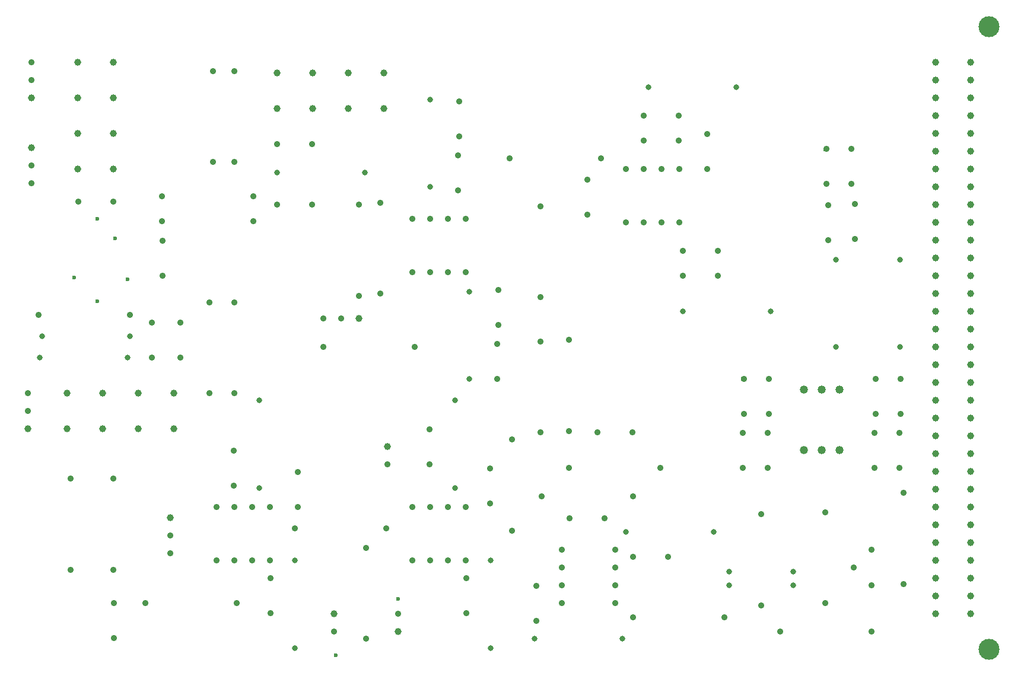
<source format=gbr>
G04 Generated by Ultiboard 10.0 *
%FSLAX25Y25*%
%MOIN*%

%ADD11C,0.02362*%
%ADD17C,0.03543*%
%ADD19C,0.04667*%
%ADD16C,0.03150*%
%ADD20C,0.03937*%
%ADD13C,0.03500*%
%ADD18C,0.03917*%
%ADD12C,0.11811*%


G04 ColorRGB 000000 for the following layer *
%LNBohrung-Copper Top-Copper Bottom*%
%LPD*%
%FSLAX25Y25*%
%MOIN*%
G54D11*
X251000Y18750D03*
X127012Y253000D03*
X117000Y217674D03*
X104000Y231000D03*
X134000Y230000D03*
X117000Y264000D03*
X286000Y50250D03*
X479930Y123930D03*
X479598Y174000D03*
X588000Y192000D03*
X588000Y152000D03*
X526000Y303000D03*
G54D17*
X500819Y32000D03*
X552000Y32000D03*
X527803Y252000D03*
X527803Y271685D03*
X542661Y252633D03*
X542661Y272318D03*
X526646Y283551D03*
X526646Y303236D03*
X553803Y124000D03*
X553803Y143685D03*
X567803Y124000D03*
X567803Y143685D03*
X540646Y283551D03*
X540646Y303236D03*
X554197Y154315D03*
X554197Y174000D03*
X228000Y90000D03*
X279181Y90000D03*
X244000Y192000D03*
X295181Y192000D03*
X479803Y124000D03*
X479803Y143685D03*
X494197Y154315D03*
X494197Y174000D03*
X398000Y144197D03*
X417685Y144197D03*
X337803Y123685D03*
X337803Y104000D03*
X153803Y251685D03*
X153803Y232000D03*
X229803Y102000D03*
X229803Y121685D03*
X126197Y28315D03*
X126197Y48000D03*
X126000Y66819D03*
X126000Y118000D03*
X84000Y210000D03*
X135181Y210000D03*
X102000Y66819D03*
X102000Y118000D03*
X193803Y114000D03*
X193803Y133685D03*
X144000Y48000D03*
X195181Y48000D03*
X214197Y62000D03*
X214197Y42315D03*
X193882Y166000D03*
X193882Y217181D03*
X147803Y186000D03*
X147803Y205685D03*
X163803Y186000D03*
X163803Y205685D03*
X179882Y166000D03*
X179882Y217181D03*
X126000Y273803D03*
X106315Y273803D03*
X193882Y296000D03*
X193882Y347181D03*
X153350Y262650D03*
X204531Y262650D03*
X153350Y276650D03*
X204531Y276650D03*
X181882Y296000D03*
X181882Y347181D03*
X218000Y306197D03*
X237685Y306197D03*
X218000Y272197D03*
X237685Y272197D03*
X446000Y246197D03*
X465685Y246197D03*
X276000Y222000D03*
X276000Y273181D03*
X366000Y220000D03*
X366000Y271181D03*
X493803Y124000D03*
X493803Y143685D03*
X480197Y154315D03*
X480197Y174000D03*
X264000Y220819D03*
X264000Y272000D03*
X366819Y108000D03*
X418000Y108000D03*
X382000Y144819D03*
X382000Y196000D03*
X350000Y88819D03*
X350000Y140000D03*
X303803Y126000D03*
X303803Y145685D03*
X268000Y28000D03*
X268000Y79181D03*
X324197Y62000D03*
X324197Y42315D03*
X363803Y38000D03*
X363803Y57685D03*
X366000Y144000D03*
X366000Y195181D03*
X341803Y174000D03*
X341803Y193685D03*
X342197Y204315D03*
X342197Y224000D03*
X382000Y124000D03*
X433181Y124000D03*
X418000Y40000D03*
X469181Y40000D03*
X418000Y74197D03*
X437685Y74197D03*
X382315Y95803D03*
X402000Y95803D03*
X490000Y46819D03*
X490000Y98000D03*
X446000Y232197D03*
X465685Y232197D03*
X348819Y298000D03*
X400000Y298000D03*
X459803Y311685D03*
X459803Y292000D03*
X392197Y286000D03*
X392197Y266315D03*
X320197Y310315D03*
X320197Y330000D03*
X319803Y280000D03*
X319803Y299685D03*
X443685Y308197D03*
X424000Y308197D03*
X443685Y322197D03*
X424000Y322197D03*
X570000Y58819D03*
X570000Y110000D03*
X526000Y48000D03*
X526000Y99181D03*
X568197Y154315D03*
X568197Y174000D03*
G54D19*
X534000Y168000D03*
X514000Y168000D03*
X524000Y168000D03*
X534000Y134000D03*
X514000Y134000D03*
X524000Y134000D03*
G54D16*
X508000Y65874D03*
X508000Y58000D03*
X218000Y290000D03*
X267213Y290000D03*
X84787Y186000D03*
X134000Y186000D03*
X86000Y198000D03*
X135213Y198000D03*
X208000Y112787D03*
X208000Y162000D03*
X228000Y22787D03*
X228000Y72000D03*
X472000Y65874D03*
X472000Y58000D03*
X362787Y28000D03*
X412000Y28000D03*
X318000Y112787D03*
X318000Y162000D03*
X338000Y22787D03*
X338000Y72000D03*
X326000Y174000D03*
X326000Y223213D03*
X414000Y88000D03*
X463213Y88000D03*
X446000Y212000D03*
X495213Y212000D03*
X304000Y282000D03*
X304000Y331213D03*
X426787Y338000D03*
X476000Y338000D03*
X568000Y192000D03*
X568000Y241213D03*
X532000Y192000D03*
X532000Y241213D03*
G54D20*
X218000Y346000D03*
X218000Y326000D03*
X238000Y346000D03*
X238000Y326000D03*
X278000Y346000D03*
X278000Y326000D03*
X258000Y346000D03*
X258000Y326000D03*
X100000Y146000D03*
X100000Y166000D03*
X120000Y146000D03*
X120000Y166000D03*
X160000Y166000D03*
X160000Y146000D03*
X140000Y146000D03*
X140000Y166000D03*
X126000Y292000D03*
X126000Y332000D03*
X126000Y312000D03*
X126000Y352000D03*
X106000Y312000D03*
X106000Y292000D03*
X106000Y352000D03*
X106000Y332000D03*
X588000Y252000D03*
X607685Y252000D03*
X588000Y122000D03*
X607685Y122000D03*
X588000Y62000D03*
X607685Y62000D03*
X588000Y42000D03*
X588000Y52000D03*
X607685Y42000D03*
X607685Y52000D03*
X588000Y92000D03*
X588000Y72000D03*
X588000Y82000D03*
X588000Y112000D03*
X588000Y102000D03*
X607685Y92000D03*
X607685Y82000D03*
X607685Y72000D03*
X607685Y112000D03*
X607685Y102000D03*
X588000Y192000D03*
X607685Y192000D03*
X588000Y162000D03*
X588000Y152000D03*
X588000Y132000D03*
X588000Y142000D03*
X588000Y182000D03*
X588000Y172000D03*
X607685Y162000D03*
X607685Y152000D03*
X607685Y142000D03*
X607685Y132000D03*
X607685Y172000D03*
X607685Y182000D03*
X588000Y222000D03*
X588000Y202000D03*
X588000Y212000D03*
X588000Y232000D03*
X588000Y242000D03*
X607685Y222000D03*
X607685Y202000D03*
X607685Y212000D03*
X607685Y232000D03*
X607685Y242000D03*
X588000Y312000D03*
X607685Y312000D03*
X588000Y282000D03*
X588000Y262000D03*
X588000Y272000D03*
X588000Y292000D03*
X588000Y302000D03*
X607685Y282000D03*
X607685Y272000D03*
X607685Y262000D03*
X607685Y302000D03*
X607685Y292000D03*
X588000Y342000D03*
X588000Y352000D03*
X588000Y332000D03*
X588000Y322000D03*
X607685Y342000D03*
X607685Y352000D03*
X607685Y332000D03*
X607685Y322000D03*
G54D13*
X250000Y32000D03*
X254000Y208000D03*
X244000Y208000D03*
X78000Y156000D03*
X78000Y166000D03*
X184000Y72000D03*
X184000Y102000D03*
X204000Y72000D03*
X194000Y72000D03*
X214000Y72000D03*
X204000Y102000D03*
X194000Y102000D03*
X214000Y102000D03*
X158000Y86000D03*
X158000Y76000D03*
X80000Y284000D03*
X80000Y294000D03*
X80000Y342000D03*
X80000Y352000D03*
X314000Y234000D03*
X294000Y234000D03*
X304000Y234000D03*
X324000Y234000D03*
X314000Y264000D03*
X294000Y264000D03*
X304000Y264000D03*
X324000Y264000D03*
X378000Y48000D03*
X378000Y58000D03*
X378000Y78000D03*
X378000Y68000D03*
X408000Y48000D03*
X408000Y58000D03*
X408000Y78000D03*
X408000Y68000D03*
X280000Y126000D03*
X314000Y72000D03*
X314000Y102000D03*
X294000Y72000D03*
X304000Y72000D03*
X294000Y102000D03*
X304000Y102000D03*
X324000Y72000D03*
X324000Y102000D03*
X286000Y42000D03*
X424000Y262000D03*
X414000Y262000D03*
X434000Y262000D03*
X424000Y292000D03*
X414000Y292000D03*
X434000Y292000D03*
X444000Y262000D03*
X444000Y292000D03*
X552000Y58000D03*
X552000Y78000D03*
X542000Y68000D03*
G54D18*
X250000Y42000D03*
X264000Y208000D03*
X78000Y146000D03*
X158000Y96000D03*
X80000Y304000D03*
X80000Y332000D03*
X280000Y136000D03*
X286000Y32000D03*
G54D12*
X618000Y22000D03*
X618000Y372000D03*

M00*

</source>
